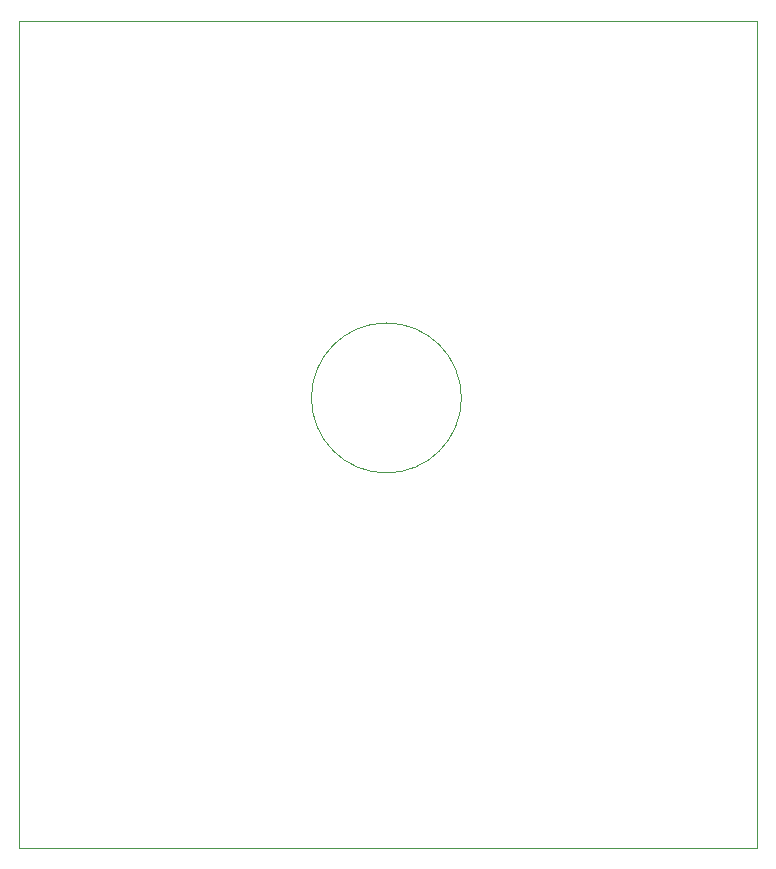
<source format=gbr>
G04 #@! TF.GenerationSoftware,KiCad,Pcbnew,(5.1.6)-1*
G04 #@! TF.CreationDate,2021-07-30T18:53:30-07:00*
G04 #@! TF.ProjectId,Inductor Coils,496e6475-6374-46f7-9220-436f696c732e,rev?*
G04 #@! TF.SameCoordinates,Original*
G04 #@! TF.FileFunction,Profile,NP*
%FSLAX46Y46*%
G04 Gerber Fmt 4.6, Leading zero omitted, Abs format (unit mm)*
G04 Created by KiCad (PCBNEW (5.1.6)-1) date 2021-07-30 18:53:30*
%MOMM*%
%LPD*%
G01*
G04 APERTURE LIST*
G04 #@! TA.AperFunction,Profile*
%ADD10C,0.050000*%
G04 #@! TD*
G04 #@! TA.AperFunction,Profile*
%ADD11C,0.100000*%
G04 #@! TD*
G04 APERTURE END LIST*
D10*
X234950000Y-121920000D02*
G75*
G03*
X234950000Y-121920000I-6350000J0D01*
G01*
D11*
X197500000Y-160000000D02*
X197500000Y-90000000D01*
X260000000Y-160000000D02*
X197500000Y-160000000D01*
X260000000Y-90000000D02*
X260000000Y-160000000D01*
X197500000Y-90000000D02*
X260000000Y-90000000D01*
M02*

</source>
